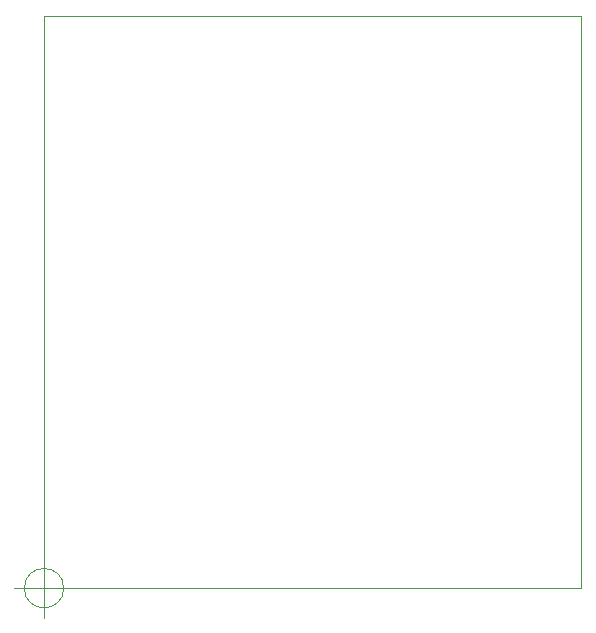
<source format=gbr>
%TF.GenerationSoftware,KiCad,Pcbnew,(6.0.2)*%
%TF.CreationDate,2022-08-02T15:28:20+01:00*%
%TF.ProjectId,solenoid_driver,736f6c65-6e6f-4696-945f-647269766572,rev?*%
%TF.SameCoordinates,Original*%
%TF.FileFunction,Profile,NP*%
%FSLAX46Y46*%
G04 Gerber Fmt 4.6, Leading zero omitted, Abs format (unit mm)*
G04 Created by KiCad (PCBNEW (6.0.2)) date 2022-08-02 15:28:20*
%MOMM*%
%LPD*%
G01*
G04 APERTURE LIST*
%TA.AperFunction,Profile*%
%ADD10C,0.050000*%
%TD*%
G04 APERTURE END LIST*
D10*
X157500000Y-80500000D02*
X157500000Y-129000000D01*
X112000000Y-129000000D02*
X112000000Y-80500000D01*
X157500000Y-80500000D02*
X112000000Y-80500000D01*
X157500000Y-129000000D02*
X112000000Y-129000000D01*
X113680666Y-128968500D02*
G75*
G03*
X113680666Y-128968500I-1666666J0D01*
G01*
X109514000Y-128968500D02*
X114514000Y-128968500D01*
X112014000Y-126468500D02*
X112014000Y-131468500D01*
M02*

</source>
